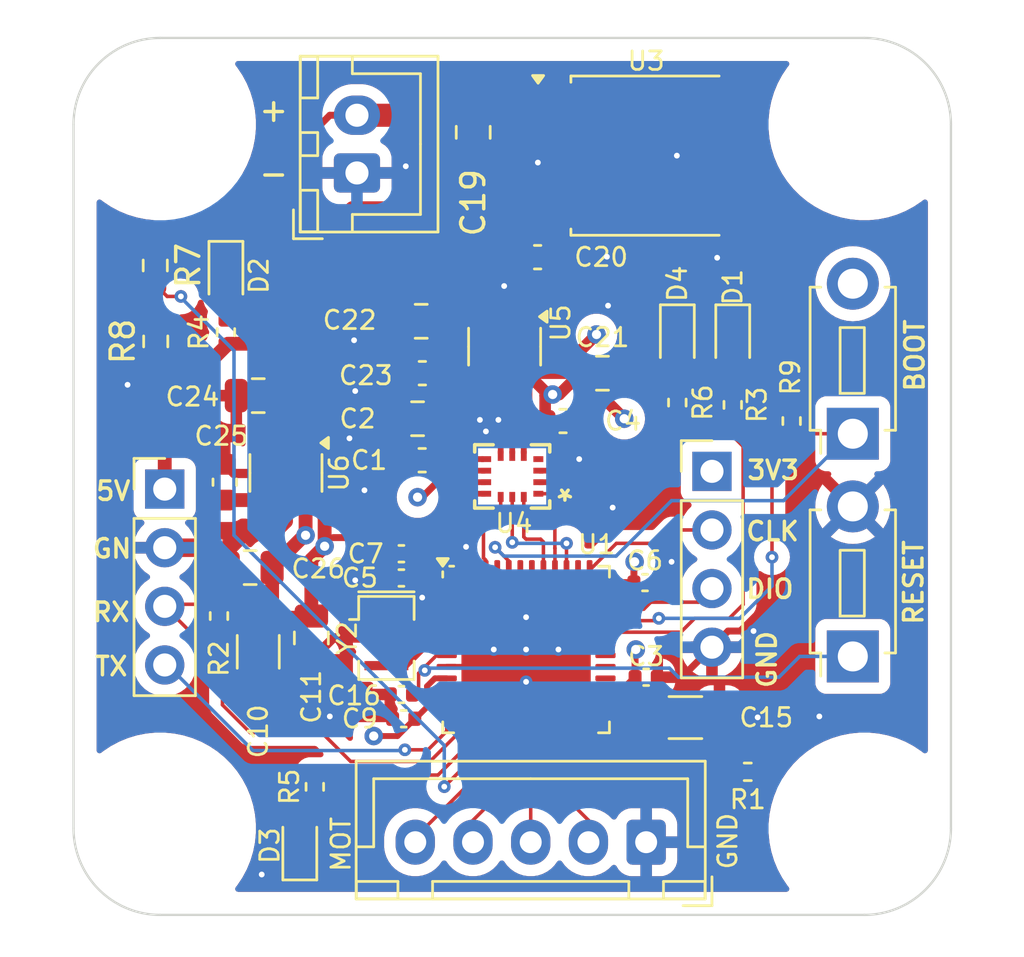
<source format=kicad_pcb>
(kicad_pcb (version 20240108) (generator "pcbnew") (generator_version "8.0")
  (layers (0 "F.Cu" signal) (1 "In1.Cu" signal) (2 "In2.Cu" signal) (31 "B.Cu" signal) (34 "B.Paste" user) (35 "F.Paste" user) (36 "B.SilkS" user "B.Silkscreen") (37 "F.SilkS" user "F.Silkscreen") (38 "B.Mask" user) (39 "F.Mask" user) (44 "Edge.Cuts" user))
  (net 0 "")
  (net 1 "/GND")
  (net 2 "/RESET1")
  (net 3 "/12V")
  (net 4 "Net-(D1-A)")
  (net 5 "Net-(D3-A)")
  (net 6 "Net-(D4-A)")
  (net 8 "/GREEN")
  (net 9 "/BLUE")
  (net 10 "/RX3")
  (net 11 "/TX3")
  (net 14 "/IMU_CS")
  (net 17 "/YELLOW")
  (net 18 "Net-(U1-VCAP1)")
  (net 19 "Net-(U1-PB2)")
  (net 25 "Net-(U1-PH0)")
  (net 26 "Net-(U1-PH1)")
  (net 28 "/SWCLK")
  (net 29 "/SWDIO")
  (net 30 "/BOOT")
  (net 31 "/MOTOR0")
  (net 32 "/MOTOR1")
  (net 33 "/MOTOR2")
  (net 34 "/MOTOR3")
  (net 35 "/VMCU")
  (net 36 "/VGYRO")
  (net 37 "/5V")
  (net 38 "Net-(U5-BP)")
  (net 39 "Net-(U6-BP)")
  (net 43 "Net-(D2-A)")
  (net 45 "/SCK")
  (net 46 "/MOSI")
  (net 47 "/MISO")
  (net 50 "/VBATMON")
  (footprint "Capacitor_SMD:C_0805_2012Metric" (layer "F.Cu") (at 57.65 104.95 180)
    (property "Reference" "C26")
    (property "Value" "1u")
  )
  (footprint "Resistor_SMD:R_0402_1005Metric" (layer "F.Cu") (at 76.15 97.8 90)
    (property "Reference" "R6")
    (property "Value" "1K")
  )
  (footprint "Capacitor_SMD:C_0805_2012Metric" (layer "F.Cu") (at 64.9 98.5 180)
    (property "Reference" "C2")
    (property "Value" "2.2u")
  )
  (footprint "LED_SMD:LED_0603_1608Metric" (layer "F.Cu") (at 76.15 95.05 -90)
    (property "Reference" "D4")
    (property "Value" "BLUE_LED")
  )
  (footprint "Capacitor_SMD:C_0805_2012Metric" (layer "F.Cu") (at 58 97.5 180)
    (property "Reference" "C24")
    (property "Value" "1u")
  )
  (footprint "Button_Switch_THT:SW_PUSH_1P1T_6x3.5mm_H4.3_APEM_MJTP1243" (layer "F.Cu") (at 83.75 99.15 90)
    (property "Reference" "SW2" (hide yes))
    (property "Value" "SW_Push")
  )
  (footprint "Capacitor_SMD:C_0603_1608Metric" (layer "F.Cu") (at 65.1075 96.5275)
    (property "Reference" "C23")
    (property "Value" "10n")
  )
  (footprint "Capacitor_SMD:C_0402_1005Metric" (layer "F.Cu") (at 64.2 105.4 180)
    (property "Reference" "C5")
    (property "Value" "100n")
  )
  (footprint "Capacitor_SMD:C_0402_1005Metric" (layer "F.Cu") (at 64.2 110.45 180)
    (property "Reference" "C16")
    (property "Value" "100n")
  )
  (footprint "MountingHole:MountingHole_4.3mm_M4_DIN965" (layer "F.Cu") (at 84.25 85.75)
    (property "Reference" "H2" (hide yes))
    (property "Value" "MountingHole_Pad")
  )
  (footprint "Capacitor_SMD:C_0603_1608Metric" (layer "F.Cu") (at 71.2 98.6 180)
    (property "Reference" "C4")
    (property "Value" "10n")
  )
  (footprint "Capacitor_SMD:C_0402_1005Metric" (layer "F.Cu") (at 64.3 111.5 180)
    (property "Reference" "C9")
    (property "Value" "100n")
  )
  (footprint "Capacitor_SMD:C_0805_2012Metric" (layer "F.Cu") (at 67.31 86.09 90)
    (property "Reference" "C19")
    (property "Value" "330n")
  )
  (footprint "Capacitor_SMD:C_1206_3216Metric" (layer "F.Cu") (at 76.5 111.45)
    (property "Reference" "C15")
    (property "Value" "4.7u")
  )
  (footprint "Capacitor_SMD:C_0603_1608Metric" (layer "F.Cu") (at 65.1 100.3)
    (property "Reference" "C1")
    (property "Value" "100n")
  )
  (footprint "Package_TO_SOT_SMD:SOT-23-5" (layer "F.Cu") (at 59.2 100.85 -90)
    (property "Reference" "U6")
    (property "Value" "LDK130M33R")
  )
  (footprint "Capacitor_SMD:C_0805_2012Metric" (layer "F.Cu") (at 72.9075 96.5275)
    (property "Reference" "C21")
    (property "Value" "1u")
  )
  (footprint "MountingHole:MountingHole_4.3mm_M4_DIN965" (layer "F.Cu") (at 53.75 116.25)
    (property "Reference" "H5" (hide yes))
    (property "Value" "MountingHole_Pad")
  )
  (footprint "LED_SMD:LED_0603_1608Metric" (layer "F.Cu") (at 56.6 92.3 -90)
    (property "Reference" "D2")
    (property "Value" "RED_LED")
  )
  (footprint "Capacitor_SMD:C_0402_1005Metric" (layer "F.Cu") (at 74.75 105.6)
    (property "Reference" "C6")
    (property "Value" "100n")
  )
  (footprint "Resistor_SMD:R_0402_1005Metric" (layer "F.Cu") (at 79.2 113.8)
    (property "Reference" "R1")
    (property "Value" "10K")
  )
  (footprint "MountingHole:MountingHole_4.3mm_M4_DIN965" (layer "F.Cu") (at 53.75 85.75)
    (property "Reference" "H4" (hide yes))
    (property "Value" "MountingHole_Pad")
  )
  (footprint "LED_SMD:LED_0603_1608Metric" (layer "F.Cu") (at 59.8 117 90)
    (property "Reference" "D3")
    (property "Value" "GREEN_LED")
  )
  (footprint "Capacitor_SMD:C_0402_1005Metric" (layer "F.Cu") (at 74.8 109.7)
    (property "Reference" "C3")
    (property "Value" "100n")
  )
  (footprint "Capacitor_SMD:C_1206_3216Metric" (layer "F.Cu") (at 58 108.6 90)
    (property "Reference" "C10")
    (property "Value" "10u")
  )
  (footprint "Resistor_SMD:R_0402_1005Metric" (layer "F.Cu") (at 78.55 97.9 90)
    (property "Reference" "R3")
    (property "Value" "1K")
  )
  (footprint "Resistor_SMD:R_0402_1005Metric" (layer "F.Cu") (at 56.3 107.05 -90)
    (property "Reference" "R2")
    (property "Value" "10K")
  )
  (footprint "Resistor_SMD:R_0402_1005Metric" (layer "F.Cu") (at 56.6 94.75 90)
    (property "Reference" "R4")
    (property "Value" "1K")
  )
  (footprint "Resistor_SMD:R_0603_1608Metric" (layer "F.Cu") (at 53.54 91.86 -90)
    (property "Reference" "R7")
    (property "Value" "10K")
  )
  (footprint "Connector_PinHeader_2.54mm:PinHeader_1x04_P2.54mm_Vertical" (layer "F.Cu") (at 53.95 101.55)
    (property "Reference" "J1" (hide yes))
    (property "Value" "Conn_01x04")
  )
  (footprint "Crystal:Resonator_SMD_Murata_CSTxExxV-3Pin_3.0x1.1mm" (layer "F.Cu") (at 63.55 108 -90)
    (property "Reference" "Y2")
    (property "Value" "CSTNE20M0V53Z000R0")
  )
  (footprint "Capacitor_SMD:C_0402_1005Metric" (layer "F.Cu") (at 64.2 104.35 180)
    (property "Reference" "C7")
    (property "Value" "100n")
  )
  (footprint "footprints:LGA14_2P5X3X0P91_IVS-L" (layer "F.Cu") (at 69 101 180)
    (property "Reference" "U4")
    (property "Value" "ICM-42688-P")
  )
  (footprint "Resistor_SMD:R_0402_1005Metric" (layer "F.Cu") (at 81.1 98.6 -90)
    (property "Reference" "R9")
    (property "Value" "10K")
  )
  (footprint "Connector_JST:JST_XH_B2B-XH-A_1x02_P2.50mm_Vertical" (layer "F.Cu") (at 62.275 87.85 90)
    (property "Reference" "J4" (hide yes))
    (property "Value" "Conn_01x02_Pin")
  )
  (footprint "Capacitor_SMD:C_0603_1608Metric" (layer "F.Cu") (at 56.55 101.25 -90)
    (property "Reference" "C25")
    (property "Value" "10n")
  )
  (footprint "Capacitor_SMD:C_0805_2012Metric" (layer "F.Cu") (at 65.0575 94.2775 180)
    (property "Reference" "C22")
    (property "Value" "1u")
  )
  (footprint "MountingHole:MountingHole_4.3mm_M4_DIN965" (layer "F.Cu") (at 84.25 116.25)
    (property "Reference" "H6" (hide yes))
    (property "Value" "MountingHole_Pad")
  )
  (footprint "Button_Switch_THT:SW_PUSH_1P1T_6x3.5mm_H4.3_APEM_MJTP1243" (layer "F.Cu") (at 83.75 108.8 90)
    (property "Reference" "SW1" (hide yes))
    (property "Value" "SW_Push")
  )
  (footprint "Capacitor_SMD:C_0603_1608Metric" (layer "F.Cu") (at 70.1 91.5 180)
    (property "Reference" "C20")
    (property "Value" "100n")
  )
  (footprint "Resistor_SMD:R_0603_1608Metric" (layer "F.Cu") (at 53.56 95.15 90)
    (property "Reference" "R8")
    (property "Value" "1K")
  )
  (footprint "Package_TO_SOT_SMD:TO-252-2" (layer "F.Cu") (at 74.85 87.1)
    (property "Reference" "U3")
    (property "Value" "L78M05CDT")
  )
  (footprint "Package_DFN_QFN:QFN-48-1EP_7x7mm_P0.5mm_EP5.6x5.6mm" (layer "F.Cu") (at 69.6 108.5)
    (property "Reference" "U1")
    (property "Value" "STM32F411CEUx")
  )
  (footprint "Resistor_SMD:R_0402_1005Metric" (layer "F.Cu") (at 60.45 114.45 -90)
    (property "Reference" "R5")
    (property "Value" "1K")
  )
  (footprint "Package_TO_SOT_SMD:SOT-23-5" (layer "F.Cu") (at 68.67 95.3775 -90)
    (property "Reference" "U5")
    (property "Value" "LDK130M33R")
  )
  (footprint "Capacitor_SMD:C_0805_2012Metric" (layer "F.Cu") (at 60.3 108 90)
    (property "Reference" "C11")
    (property "Value" "1u")
  )
  (footprint "LED_SMD:LED_0603_1608Metric" (layer "F.Cu") (at 78.55 95.05 -90)
    (property "Reference" "D1")
    (property "Value" "YELLOW_LED")
  )
  (footprint "Connector_PinHeader_2.54mm:PinHeader_1x04_P2.54mm_Vertical" (layer "F.Cu") (at 77.65 100.78)
    (property "Reference" "J7" (hide yes))
    (property "Value" "Conn_01x04_Odd_Even")
  )
  (footprint "Connector_JST:JST_XH_B5B-XH-A_1x05_P2.50mm_Vertical" (layer "F.Cu") (at 74.8 116.85 180)
    (property "Reference" "J3" (hide yes))
    (property "Value" "Conn_01x05_Pin")
  )
  (gr_line (start 88 85.75) (end 88 116.25) (stroke (width 0.1)) (layer "Edge.Cuts"))
  (gr_arc (start 84.25 82) (mid 86.90165 83.09835) (end 88 85.75) (stroke (width 0.1)) (layer "Edge.Cuts"))
  (gr_line (start 50 116.25) (end 50 85.75) (stroke (width 0.1)) (layer "Edge.Cuts"))
  (gr_arc (start 88 116.25) (mid 86.90165 118.90165) (end 84.25 120) (stroke (width 0.1)) (layer "Edge.Cuts"))
  (gr_line (start 53.75 82) (end 84.25 82) (stroke (width 0.1)) (layer "Edge.Cuts"))
  (gr_arc (start 53.75 120) (mid 51.09835 118.90165) (end 50 116.25) (stroke (width 0.1)) (layer "Edge.Cuts"))
  (gr_line (start 84.25 120) (end 53.75 120) (stroke (width 0.1)) (layer "Edge.Cuts"))
  (gr_arc (start 50 85.75) (mid 51.09835 83.09835) (end 53.75 82) (stroke (width 0.1)) (layer "Edge.Cuts"))
  (gr_text "DIO" (at 79.05 106.35 0) (layer "F.SilkS") (effects (font (size 0.8 0.8)) (justify left bottom)))
  (gr_text "GN" (at 50.75 104.6 0) (layer "F.SilkS") (effects (font (size 0.8 0.8)) (justify left bottom)))
  (gr_text "RESET" (at 86.85 107.5 90) (layer "F.SilkS") (effects (font (size 0.8 0.8)) (justify left bottom)))
  (gr_text "+" (at 57.95 85.7 0) (layer "F.SilkS") (effects (font (size 1 1)) (justify left bottom)))
  (gr_text "BOOT" (at 86.9 97.4 90) (layer "F.SilkS") (effects (font (size 0.8 0.8)) (justify left bottom)))
  (gr_text "5V" (at 50.9 102.1 0) (layer "F.SilkS") (effects (font (size 0.8 0.8)) (justify left bottom)))
  (gr_text "TX" (at 50.85 109.7 0) (layer "F.SilkS") (effects (font (size 0.8 0.8)) (justify left bottom)))
  (gr_text "RX" (at 50.75 107.35 0) (layer "F.SilkS") (effects (font (size 0.8 0.8)) (justify left bottom)))
  (gr_text "-" (at 57.95 88.45 0) (layer "F.SilkS") (effects (font (size 1 1)) (justify left bottom)))
  (gr_text "GND" (at 78.8 118.1 90) (layer "F.SilkS") (effects (font (size 0.8 0.8) (thickness 0.12)) (justify left bottom)))
  (gr_text "3V3" (at 79.1 101.2 0) (layer "F.SilkS") (effects (font (size 0.8 0.8)) (justify left bottom)))
  (gr_text "MOT" (at 62.05 118.2 90) (layer "F.SilkS") (effects (font (size 0.8 0.8) (thickness 0.12)) (justify left bottom)))
  (gr_text "CLK" (at 79.05 103.85 0) (layer "F.SilkS") (effects (font (size 0.8 0.8)) (justify left bottom)))
  (gr_text "GND" (at 80.5 110.25 90) (layer "F.SilkS") (effects (font (size 0.8 0.8)) (justify left bottom)))
  (segment (start 77.785 91.335) (end 77.925 91.475) (width 1) (layer "F.Cu") (net 1))
  (segment (start 63.9 100.3) (end 62.6 101.6) (width 0.1524) (layer "F.Cu") (net 1))
  (segment (start 68.36 98.55) (end 67.86 99.05) (width 0.3) (layer "F.Cu") (net 1))
  (segment (start 57.4 103.5) (end 58.6476 103.5) (width 0.6) (layer "F.Cu") (net 1))
  (segment (start 61.25 108) (end 63.55 108) (width 0.4) (layer "F.Cu") (net 1))
  (segment (start 77.8 91.6) (end 77.875 91.525) (width 0.1524) (layer "F.Cu") (net 1))
  (segment (start 79.4875 112.9625) (end 81.05 111.4) (width 0.1524) (layer "F.Cu") (net 1))
  (segment (start 78.35 107.7) (end 79.45 107.7) (width 0.3) (layer "F.Cu") (net 1))
  (segment (start 79.71 113.185) (end 79.4875 112.9625) (width 0.1524) (layer "F.Cu") (net 1))
  (segment (start 63.85 95.45) (end 64.1075 95.1925) (width 0.4) (layer "F.Cu") (net 1))
  (segment (start 63.95 98.5) (end 62.8 98.5) (width 0.1524) (layer "F.Cu") (net 1))
  (segment (start 66.950001 101.750001) (end 66.9 101.7) (width 0.25) (layer "F.Cu") (net 1))
  (segment (start 63.72 105.4) (end 64.57 106.25) (width 0.1524) (layer "F.Cu") (net 1))
  (segment (start 63.82 111.5) (end 63.77 111.45) (width 0.4) (layer "F.Cu") (net 1))
  (segment (start 73.08 91.5) (end 73.1 91.48) (width 0.1524) (layer "F.Cu") (net 1))
  (segment (start 63.3725 94.2775) (end 64.1075 94.2775) (width 0.4) (layer "F.Cu") (net 1))
  (segment (start 63.35 104.35) (end 63.72 104.35) (width 0.1524) (layer "F.Cu") (net 1))
  (segment (start 62.2 105.65) (end 62.2 105.5) (width 0.1524) (layer "F.Cu") (net 1))
  (segment (start 77.925 91.475) (end 77.875 91.525) (width 0.1524) (layer "F.Cu") (net 1))
  (segment (start 59.2 99.7125) (end 59.2 100.95) (width 0.6) (layer "F.Cu") (net 1))
  (segment (start 73.8575 96.5275) (end 73.8575 94.3075) (width 0.1524) (layer "F.Cu") (net 1))
  (segment (start 68.55 98.55) (end 68.4 98.55) (width 0.3) (layer "F.Cu") (net 1))
  (segment (start 68.67 95.27) (end 68.8 95.4) (width 0.4) (layer "F.Cu") (net 1))
  (segment (start 59.125 108.95) (end 58 110.075) (width 0.4) (layer "F.Cu") (net 1))
  (segment (start 66.9 101.25) (end 66.9 100.75) (width 0.25) (layer "F.Cu") (net 1))
  (segment (start 81.05 111.4) (end 82.3 111.4) (width 0.1524) (layer "F.Cu") (net 1))
  (segment (start 64.3325 95.9325) (end 64.3325 96.5275) (width 0.4) (layer "F.Cu") (net 1))
  (segment (start 61.8 110.45) (end 60.3 108.95) (width 0.4) (layer "F.Cu") (net 1))
  (segment (start 59.2 100.95) (end 59.1226 100.8726) (width 0.4) (layer "F.Cu") (net 1))
  (segment (start 69 99.9875) (end 69 99) (width 0.25) (layer "F.Cu") (net 1))
  (segment (start 64.57 106.25) (end 65.1 106.25) (width 0.1524) (layer "F.Cu") (net 1))
  (segment (start 74.58 106.25) (end 73.0375 106.25) (width 0.25) (layer "F.Cu") (net 1))
  (segment (start 68.67 94.24) (end 68.67 92.77) (width 0.4) (layer "F.Cu") (net 1))
  (segment (start 62.5 95.45) (end 62.5 95.15) (width 0.4) (layer "F.Cu") (net 1))
  (segment (start 76.35 109.7) (end 77.65 108.4) (width 0.3) (layer "F.Cu") (net 1))
  (segment (start 71.9 100.25) (end 71.9 98.675) (width 0.3) (layer "F.Cu") (net 1))
  (segment (start 79.71 113.8) (end 79.71 113.185) (width 0.1524) (layer "F.Cu") (net 1))
  (segment (start 65.1 106.25) (end 62.8 106.25) (width 0.1524) (layer "F.Cu") (net 1))
  (segment (start 75.23 105.6) (end 74.58 106.25) (width 0.25) (layer "F.Cu") (net 1))
  (segment (start 66.9 100.75) (end 67.795 100.75) (width 0.25) (layer "F.Cu") (net 1))
  (segment (start 61.15 111.45) (end 61.1 111.4) (width 0.4) (layer "F.Cu") (net 1))
  (segment (start 64.3325 96.5275) (end 63.5775 96.5275) (width 0.1524) (layer "F.Cu") (net 1))
  (segment (start 68.5 98.65) (end 68.4 98.55) (width 0.3) (layer "F.Cu") (net 1))
  (segment (start 64.8 95.45) (end 63.85 95.45) (width 0.4) (layer "F.Cu") (net 1))
  (segment (start 68.67 94.902499) (end 68.122499 95.45) (width 0.4) (layer "F.Cu") (net 1))
  (segment (start 64.325 100.3) (end 63.9 100.3) (width 0.1524) (layer "F.Cu") (net 1))
  (segment (start 64.1075 94.2775) (end 64.3325 94.5025) (width 0.1524) (layer "F.Cu") (net 1))
  (segment (start 73.8575 94.3075) (end 73.15 93.6) (width 0.1524) (layer "F.Cu") (net 1))
  (segment (start 62.8 106.25) (end 62.2 105.65) (width 0.1524) (layer "F.Cu") (net 1))
  (segment (start 71.85 111.9375) (end 71.85 110.75) (width 0.25) (layer "F.Cu") (net 1))
  (segment (start 68.4 98.55) (end 67.6 98.55) (width 0.3) (layer "F.Cu") (net 1))
  (segment (start 71.85 110.75) (end 69.6 108.5) (width 0.25) (layer "F.Cu") (net 1))
  (segment (start 63.85 95.45) (end 64.3325 95.9325) (width 0.4) (layer "F.Cu") (net 1))
  (segment (start 55.84 104.09) (end 56.7 104.95) (width 0.8) (layer "F.Cu") (net 1))
  (segment (start 77.785 88.625) (end 77.785 91.335) (width 1) (layer "F.Cu") (net 1))
  (segment (start 57.4 103.5) (end 56.7 104.2) (width 0.6) (layer "F.Cu") (net 1))
  (segment (start 68.7 98.7) (end 68.55 98.55) (width 0.3) (layer "F.Cu") (net 1))
  (segment (start 63.77 111.45) (end 61.15 111.45) (width 0.4) (layer "F.Cu") (net 1))
  (segment (start 59.3375 118.25) (end 59.8 117.7875) (width 0.1524) (layer "F.Cu") (net 1))
  (segment (start 75.28 109.7) (end 76.35 109.7) (width 0.3) (layer "F.Cu") (net 1))
  (segment (start 72.3 93.6) (end 73.15 93.6) (width 0.4) (layer "F.Cu") (net 1))
  (segment (start 67.35 105.0625) (end 67.35 104.4) (width 0.25) (layer "F.Cu") (net 1))
  (segment (start 63.72 110.45) (end 61.8 110.45) (width 0.4) (layer "F.Cu") (net 1))
  (segment (start 68.67 94.24) (end 68.67 95.27) (width 0.4) (layer "F.Cu") (net 1))
  (segment (start 64.3325 94.5025) (end 64.3325 95.45) (width 0.1524) (layer "F.Cu") (net 1))
  (segment (start 67.35 105.0625) (end 67.35 106.25) (width 0.25) (layer "F.Cu") (net 1))
  (segment (start 66.1625 109.25) (end 68.85 109.25) (width 0.25) (layer "F.Cu") (net 1))
  (segment (start 63.5775 96.5275) (end 62.15 95.1) (width 0.1524) (layer "F.Cu") (net 1))
  (segment (start 53.56 95.975) (end 53.395 95.975) (width 0.1524) (layer "F.Cu") (net 1))
  (segment (start 75.23 105.6) (end 75.25 105.6) (width 0.25) (layer "F.Cu") (net 1))
  (segment (start 60.3 108.95) (end 61.25 108) (width 0.4) (layer "F.Cu") (net 1))
  (segment (start 67.35 106.25) (end 69.6 108.5) (width 0.25) (layer "F.Cu") (net 1))
  (segment (start 64.3325 95.45) (end 64.3325 96.5275) (width 0.1524) (layer "F.Cu") (net 1))
  (segment (start 62.8 98.5) (end 61.95 99.35) (width 0.1524) (layer "F.Cu") (net 1))
  (segment (start 71.65 100.75) (end 70.195 100.75) (width 0.25) (layer "F.Cu") (net 1))
  (segment (start 79.62 111.45) (end 79.63 111.44) (width 0.1524) (layer "F.Cu") (net 1))
  (segment (start 73.33 102.35) (end 73.35 102.35) (width 0.25) (layer "F.Cu") (net 1))
  (segment (start 59.1226 100.8726) (end 56.9476 100.8726) (width 0.4) (layer "F.Cu") (net 1))
  (segment (start 72.23 101.25) (end 73.33 102.35) (width 0.25) (layer "F.Cu") (net 1))
  (segment (start 79.4875 112.9625) (end 77.975 111.45) (width 0.1524) (layer "F.Cu") (net 1))
  (segment (start 63.4 98.5) (end 62.2 97.3) (width 0.1524) (layer "F.Cu") (net 1))
  (segment (start 77.975 111.45) (end 79.62 111.45) (width 0.1524) (layer "F.Cu") (net 1))
  (segment (start 68.5 99.9875) (end 68.5 98.65) (width 0.25) (layer "F.Cu") (net 1))
  (segment (start 71.85 106.25) (end 69.6 108.5) (width 0.25) (layer "F.Cu") (net 1))
  (segment (start 61.1 109.75) (end 61.1 111.4) (width 0.4) (layer "F.Cu") (net 1))
  (segment (start 64.8 95.45) (end 64.3325 95.45) (width 0.4) (layer "F.Cu") (net 1))
  (segment (start 68.85 109.25) (end 69.6 108.5) (width 0.25) (layer "F.Cu") (net 1))
  (segment (start 66.950001 101.750001) (end 67.795 101.750001) (width 0.25) (layer "F.Cu") (net 1))
  (segment (start 66.9 101.25) (end 67.795 101.25) (width 0.25) (layer "F.Cu") (net 1))
  (segment (start 75.9 104.95) (end 75.9 104.7) (width 0.25) (layer "F.Cu") (net 1))
  (segment (start 64.1075 95.1925) (end 64.1075 94.2775) (width 0.4) (layer "F.Cu") (net 1))
  (segment (start 70.5 95.4) (end 72.3 93.6) (width 0.4) (layer "F.Cu") (net 1))
  (segment (start 67.35 104.4) (end 67 104.05) (width 0.25) (layer "F.Cu") (net 1))
  (segment (start 62.5 95.15) (end 63.3725 94.2775) (width 0.4) (layer "F.Cu") (net 1))
  (segment (start 62.5 95.45) (end 62.15 95.1) (width 0.4) (layer "F.Cu") (net 1))
  (segment (start 56.7 104.2) (end 56.7 104.95) (width 0.6) (layer "F.Cu") (net 1))
  (segment (start 70.875 91.5) (end 73.08 91.5) (width 0.1524) (layer "F.Cu") (net 1))
  (segment (start 59.2 100.95) (end 59.2 102.95) (width 0.6) (layer "F.Cu") (net 1))
  (segment (start 71.9 98.675) (end 71.975 98.6) (width 0.3) (layer "F.Cu") (net 1))
  (segment (start 68.67 94.24) (end 68.67 94.902499) (width 0.4) (layer "F.Cu") (net 1))
  (segment (start 60.3 108.95) (end 59.125 108.95) (width 0.4) (layer "F.Cu") (net 1))
  (segment (start 68.4 98.55) (end 68.36 98.55) (width 0.3) (layer "F.Cu") (net 1))
  (segment (start 68.67 92.77) (end 68.65 92.75) (width 0.4) (layer "F.Cu") (net 1))
  (segment (start 58.15 118.25) (end 59.3375 118.25) (width 0.1524) (layer "F.Cu") (net 1))
  (segment (start 71.65 100.75) (end 71.9 100.5) (width 0.25) (layer "F.Cu") (net 1))
  (segment (start 72.23 101.25) (end 70.195 101.25) (width 0.25) (layer "F.Cu") (net 1))
  (segment (start 63.95 98.5) (end 63.4 98.5) (width 0.1524) (layer "F.Cu") (net 1))
  (segment (start 56.9476 100.8726) (end 56.55 100.475) (width 0.4) (layer "F.Cu") (net 1))
  (segment (start 75.25 105.6) (end 75.9 104.95) (width 0.25) (layer "F.Cu") (net 1))
  (segment (start 63.85 95.45) (end 62.5 95.45) (width 0.4) (layer "F.Cu") (net 1))
  (segment (start 66.9 101.7) (end 66.9 101.25) (width 0.25) (layer "F.Cu") (net 1))
  (segment (start 68.8 95.4) (end 70.5 95.4) (width 0.4) (layer "F.Cu") (net 1))
  (segment (start 60.3 108.95) (end 61.1 109.75) (width 0.4) (layer "F.Cu") (net 1))
  (segment (start 69 99) (end 68.7 98.7) (width 0.25) (layer "F.Cu") (net 1))
  (segment (start 53.395 95.975) (end 52.34 97.03) (width 0.1524) (layer "F.Cu") (net 1))
  (segment (start 73.0375 106.25) (end 71.85 106.25) (width 0.25) (layer "F.Cu") (net 1))
  (segment (start 68.122499 95.45) (end 64.8 95.45) (width 0.4) (layer "F.Cu") (net 1))
  (segment (start 62.2 105.5) (end 63.35 104.35) (width 0.1524) (layer "F.Cu") (net 1))
  (segment (start 77.65 108.4) (end 78.35 107.7) (width 0.3) (layer "F.Cu") (net 1))
  (segment (start 53.95 104.09) (end 55.84 104.09) (width 0.8) (layer "F.Cu") (net 1))
  (segment (start 58.6476 103.5) (end 59.1976 102.95) (width 0.6) (layer "F.Cu") (net 1))
  (via (at 61.1 111.4) (size 0.55) (drill 0.25) (layers "F.Cu" "B.Cu") (net 1))
  (via (at 73.35 102.35) (size 0.55) (drill 0.25) (layers "F.Cu" "B.Cu") (net 1))
  (via (at 79.45 107.7) (size 0.55) (drill 0.25) (layers "F.Cu" "B.Cu") (net 1))
  (via (at 58.15 118.25) (size 0.55) (drill 0.25) (layers "F.Cu" "B.Cu") (net 1))
  (via (at 68.2 108.5) (size 0.55) (drill 0.25) (layers "F.Cu" "B.Cu") (net 1))
  (via (at 64.39 87.56) (size 0.55) (drill 0.25) (layers "F.Cu" "B.Cu") (net 1))
  (via (at 69.6 109.9) (size 0.55) (drill 0.25) (layers "F.Cu" "B.Cu") (net 1))
  (via (at 70.11 87.4) (size 0.55) (drill 0.25) (layers "F.Cu" "B.Cu") (net 1))
  (via (at 67.86 99.05) (size 0.55) (drill 0.25) (layers "F.Cu" "B.Cu") (net 1))
  (via (at 67.6 98.55) (size 0.55) (drill 0.25) (layers "F.Cu" "B.Cu") (net 1))
  (via (at 82.3 111.4) (size 0.55) (drill 0.25) (layers "F.Cu" "B.Cu") (net 1))
  (via (at 71 108.5) (size 0.55) (drill 0.25) (layers "F.Cu" "B.Cu") (net 1))
  (via (at 69.6 108.5) (size 0.55) (drill 0.25) (layers "F.Cu" "B.Cu") (net 1))
  (via (at 67 104.05) (size 0.55) (drill 0.25) (layers "F.Cu" "B.Cu") (net 1))
  (via (at 65.1 106.25) (size 0.55) (drill 0.25) (layers "F.Cu" "B.Cu") (net 1))
  (via (at 61.95 99.35) (size 0.55) (drill 0.25) (layers "F.Cu" "B.Cu") (net 1))
  (via (at 52.34 97.03) (size 0.55) (drill 0.25) (layers "F.Cu" "B.Cu") (net 1))
  (via (at 77.875 91.525) (size 0.55) (drill 0.25) (layers "F.Cu" "B.Cu") (net 1))
  (via (at 62.2 97.3) (size 0.55) (drill 0.25) (layers "F.Cu" "B.Cu") (net 1))
  (via (at 62.15 95.1) (size 0.55) (drill 0.25) (layers "F.Cu" "B.Cu") (net 1))
  (via (at 79.63 111.44) (size 0.55) (drill 0.25) (layers "F.Cu" "B.Cu") (net 1))
  (via (at 62.2 105.5) (size 0.55) (drill 0.25) (layers "F.Cu" "B.Cu") (net 1))
  (via (at 75.9 104.7) (size 0.55) (drill 0.25) (layers "F.Cu" "B.Cu") (net 1))
  (via (at 62.6 101.6) (size 0.55) (drill 0.25) (layers "F.Cu" "B.Cu") (net 1))
  (via (at 73.1 91.48) (size 0.55) (drill 0.25) (layers "F.Cu" "B.Cu") (net 1))
  (via (at 76.13 87.1) (size 0.55) (drill 0.25) (layers "F.Cu" "B.Cu") (net 1))
  (via (at 68.65 92.75) (size 0.55) (drill 0.25) (layers "F.Cu" "B.Cu") (net 1))
  (via (at 71.9 100.25) (size 0.55) (drill 0.25) (layers "F.Cu" "B.Cu") (net 1))
  (via (at 68.4 98.55) (size 0.55) (drill 0.25) (layers "F.Cu" "B.Cu") (net 1))
  (via (at 73.15 93.6) (size 0.55) (drill 0.25) (layers "F.Cu" "B.Cu") (net 1))
  (via (at 69.6 107.1) (size 0.55) (drill 0.25) (layers "F.Cu" "B.Cu") (net 1))
  (segment (start 77.65 108.4) (end 76.05 108.4) (width 0.3) (layer "B.Cu") (net 1))
  (segment (start 77.65 108.4) (end 78.75 108.4) (width 0.3) (layer "B.Cu") (net 1))
  (segment (start 78.75 108.4) (end 79.45 107.7) (width 0.3) (layer "B.Cu") (net 1))
  (segment (start 66.1625 108.75) (end 65.725001 108.75) (width 0.1524) (layer "F.Cu") (net 2))
  (segment (start 65.725001 108.75) (end 65.212501 109.262501) (width 0.1524) (layer "F.Cu") (net 2))
  (segment (start 64.75 110.45) (end 64.68 110.45) (width 0.1524) (layer "F.Cu") (net 2))
  (segment (start 64.9444 110.2556) (end 64.75 110.45) (width 0.1524) (layer "F.Cu") (net 2))
  (segment (start 65.212501 109.262501) (end 64.9444 109.530601) (width 0.1524) (layer "F.Cu") (net 2))
  (segment (start 65.211793 109.263209) (end 65.212501 109.262501) (width 0.1524) (layer "F.Cu") (net 2))
  (segment (start 64.9444 109.530601) (end 64.9444 110.2556) (width 0.1524) (layer "F.Cu") (net 2))
  (segment (start 65.211793 109.404167) (end 65.211793 109.263209) (width 0.1524) (layer "F.Cu") (net 2))
  (via (at 65.211793 109.404167) (size 0.55) (drill 0.25) (layers "F.Cu" "B.Cu") (net 2))
  (segment (start 81.45 108.8) (end 83.75 108.8) (width 0.1524) (layer "B.Cu") (net 2))
  (segment (start 80.55 109.7) (end 81.45 108.8) (width 0.1524) (layer "B.Cu") (net 2))
  (segment (start 65.211793 109.404167) (end 65.307869 109.308091) (width 0.1524) (layer "B.Cu") (net 2))
  (segment (start 65.307869 109.308091) (end 75.808091 109.308091) (width 0.1524) (layer "B.Cu") (net 2))
  (segment (start 75.808091 109.308091) (end 76.2 109.7) (width 0.1524) (layer "B.Cu") (net 2))
  (segment (start 76.2 109.7) (end 80.55 109.7) (width 0.1524) (layer "B.Cu") (net 2))
  (segment (start 62.275 85.35) (end 67.075 85.35) (width 1) (layer "F.Cu") (net 3))
  (segment (start 67.1 85.325) (end 69.305 85.325) (width 1) (layer "F.Cu") (net 3))
  (segment (start 67.075 85.35) (end 67.1 85.325) (width 0.8) (layer "F.Cu") (net 3))
  (segment (start 61.1 85.35) (end 62.275 85.35) (width 0.3) (layer "F.Cu") (net 3))
  (segment (start 69.305 85.325) (end 69.81 84.82) (width 1) (layer "F.Cu") (net 3))
  (segment (start 56.15 90.3) (end 61.1 85.35) (width 0.3) (layer "F.Cu") (net 3))
  (segment (start 54.34 90.3) (end 56.15 90.3) (width 0.3) (layer "F.Cu") (net 3))
  (segment (start 53.55 91.09) (end 54.34 90.3) (width 0.3) (layer "F.Cu") (net 3))
  (segment (start 78.55 97.39) (end 78.55 95.8375) (width 0.1524) (layer "F.Cu") (net 4))
  (segment (start 60.45 115.5625) (end 59.8 116.2125) (width 0.1524) (layer "F.Cu") (net 5))
  (segment (start 60.45 114.96) (end 60.45 115.5625) (width 0.1524) (layer "F.Cu") (net 5))
  (segment (start 76.15 97.29) (end 76.15 95.8375) (width 0.1524) (layer "F.Cu") (net 6))
  (segment (start 65.784999 113.94) (end 60.45 113.94) (width 0.1524) (layer "F.Cu") (net 8))
  (segment (start 67.35 111.9375) (end 67.35 112.374999) (width 0.1524) (layer "F.Cu") (net 8))
  (segment (start 67.35 112.374999) (end 65.784999 113.94) (width 0.1524) (layer "F.Cu") (net 8))
  (segment (start 79 106.55) (end 79 99.7) (width 0.1524) (layer "F.Cu") (net 9))
  (segment (start 76.3 99.15) (end 76.15 99) (width 0.1524) (layer "F.Cu") (net 9))
  (segment (start 76.9 107.15) (end 78.4 107.15) (width 0.1524) (layer "F.Cu") (net 9))
  (segment (start 78.4 107.15) (end 79 106.55) (width 0.1524) (layer "F.Cu") (net 9))
  (segment (start 78.45 99.15) (end 76.3 99.15) (width 0.1524) (layer "F.Cu") (net 9))
  (segment (start 79 99.7) (end 78.45 99.15) (width 0.1524) (layer "F.Cu") (net 9))
  (segment (start 76.3 107.75) (end 76.9 107.15) (width 0.1524) (layer "F.Cu") (net 9))
  (segment (start 76.15 99) (end 76.15 98.31) (width 0.1524) (layer "F.Cu") (net 9))
  (segment (start 73.0375 107.75) (end 76.3 107.75) (width 0.1524) (layer "F.Cu") (net 9))
  (segment (start 53.74 106.84) (end 53.95 106.63) (width 0.1524) (layer "F.Cu") (net 10))
  (segment (start 65.4375 113.35) (end 62 113.35) (width 0.1524) (layer "F.Cu") (net 10))
  (segment (start 62 113.35) (end 60.75 112.1) (width 0.1524) (layer "F.Cu") (net 10))
  (segment (start 56.3 106.54) (end 54.04 106.54) (width 0.1524) (layer "F.Cu") (net 10))
  (segment (start 60.75 112.1) (end 57.65 112.1) (width 0.1524) (layer "F.Cu") (net 10))
  (segment (start 56.45 110.9) (end 56.45 109.13) (width 0.1524) (layer "F.Cu") (net 10))
  (segment (start 57.65 112.1) (end 56.45 110.9) (width 0.1524) (layer "F.Cu") (net 10))
  (segment (start 56.45 109.13) (end 53.95 106.63) (width 0.1524) (layer "F.Cu") (net 10))
  (segment (start 54.04 106.54) (end 53.95 106.63) (width 0.1524) (layer "F.Cu") (net 10))
  (segment (start 66.85 111.9375) (end 65.4375 113.35) (width 0.1524) (layer "F.Cu") (net 10))
  (segment (start 65.3536 112.8464) (end 66.1625 112.0375) (width 0.1524) (layer "F.Cu") (net 11))
  (segment (start 64.35 112.8464) (end 65.3536 112.8464) (width 0.1524) (layer "F.Cu") (net 11))
  (segment (start 66.1625 112.0375) (end 66.1625 111.25) (width 0.1524) (layer "F.Cu") (net 11))
  (via (at 64.35 112.8464) (size 0.55) (drill 0.25) (layers "F.Cu" "B.Cu") (net 11))
  (segment (start 64.35 112.8464) (end 64.3178 112.8786) (width 0.1524) (layer "B.Cu") (net 11))
  (segment (start 57.769563 112.8786) (end 54.060963 109.17) (width 0.1524) (layer "B.Cu") (net 11))
  (segment (start 64.3178 112.8786) (end 57.769563 112.8786) (width 0.1524) (layer "B.Cu") (net 11))
  (segment (start 54.060963 109.17) (end 53.95 109.17) (width 0.1524) (layer "B.Cu") (net 11))
  (segment (start 67.754461 103.095539) (end 68.5 102.35) (width 0.1524) (layer "F.Cu") (net 14))
  (segment (start 67.85 105.0625) (end 67.85 104.625001) (width 0.1524) (layer "F.Cu") (net 14))
  (segment (start 67.85 104.625001) (end 67.754461 104.529462) (width 0.1524) (layer "F.Cu") (net 14))
  (segment (start 67.754461 104.529462) (end 67.754461 103.095539) (width 0.1524) (layer "F.Cu") (net 14))
  (segment (start 68.5 102.35) (end 68.5 101.8962) (width 0.1524) (layer "F.Cu") (net 14))
  (segment (start 80.25 99.985) (end 78.575 98.31) (width 0.1524) (layer "F.Cu") (net 17))
  (segment (start 75.25 107.25) (end 75.35 107.15) (width 0.1524) (layer "F.Cu") (net 17))
  (segment (start 80.25 104.5) (end 80.25 99.985) (width 0.1524) (layer "F.Cu") (net 17))
  (segment (start 73.0375 107.25) (end 74.45 107.25) (width 0.1524) (layer "F.Cu") (net 17))
  (segment (start 74.45 107.25) (end 75.25 107.25) (width 0.1524) (layer "F.Cu") (net 17))
  (via (at 80.25 104.5) (size 0.55) (drill 0.25) (layers "F.Cu" "B.Cu") (net 17))
  (via (at 75.35 107.15) (size 0.55) (drill 0.25) (layers "F.Cu" "B.Cu") (net 17))
  (segment (start 80.25 105.75) (end 80.25 104.5) (width 0.1524) (layer "B.Cu") (net 17))
  (segment (start 75.35 107.15) (end 78.85 107.15) (width 0.1524) (layer "B.Cu") (net 17))
  (segment (start 78.85 107.15) (end 80.25 105.75) (width 0.1524) (layer "B.Cu") (net 17))
  (segment (start 71.35 112.46) (end 71.35 111.9375) (width 0.25) (layer "F.Cu") (net 18))
  (segment (start 73.675 112.8) (end 71.69 112.8) (width 0.25) (layer "F.Cu") (net 18))
  (segment (start 75.025 111.45) (end 73.675 112.8) (width 0.25) (layer "F.Cu") (net 18))
  (segment (start 71.69 112.8) (end 71.35 112.46) (width 0.25) (layer "F.Cu") (net 18))
  (segment (start 78.69 113.8) (end 71.35 113.8) (width 0.1524) (layer "F.Cu") (net 19))
  (segment (start 70.35 112.8) (end 70.35 111.9375) (width 0.1524) (layer "F.Cu") (net 19))
  (segment (start 71.35 113.8) (end 70.35 112.8) (width 0.1524) (layer "F.Cu") (net 19))
  (segment (start 66.1625 107.75) (end 65.4 107.75) (width 0.2) (layer "F.Cu") (net 25))
  (segment (start 64.45 106.8) (end 63.55 106.8) (width 0.2) (layer "F.Cu") (net 25))
  (segment (start 65.4 107.75) (end 64.45 106.8) (width 0.2) (layer "F.Cu") (net 25))
  (segment (start 65.4 108.25) (end 66.1625 108.25) (width 0.2) (layer "F.Cu") (net 26))
  (segment (start 63.55 109.2) (end 64.45 109.2) (width 0.2) (layer "F.Cu") (net 26))
  (segment (start 64.45 109.2) (end 65.4 108.25) (width 0.2) (layer "F.Cu") (net 26))
  (segment (start 75.35 103.9) (end 73.5125 103.9) (width 0.1524) (layer "F.Cu") (net 28))
  (segment (start 77.65 103.32) (end 75.93 103.32) (width 0.1524) (layer "F.Cu") (net 28))
  (segment (start 73.5125 103.9) (end 72.35 105.0625) (width 0.1524) (layer "F.Cu") (net 28))
  (segment (start 75.93 103.32) (end 75.35 103.9) (width 0.1524) (layer "F.Cu") (net 28))
  (segment (start 74.7 106.75) (end 75 106.45) (width 0.1524) (layer "F.Cu") (net 29))
  (segment (start 73.0375 106.75) (end 74.7 106.75) (width 0.1524) (layer "F.Cu") (net 29))
  (segment (start 77.06 106.45) (end 77.65 105.86) (width 0.1524) (layer "F.Cu") (net 29))
  (segment (start 75 106.45) (end 77.06 106.45) (width 0.1524) (layer "F.Cu") (net 29))
  (segment (start 68.85 105.0625) (end 68.85 104.662708) (width 0.1524) (layer "F.Cu") (net 30))
  (segment (start 81.14 99.15) (end 83.75 99.15) (width 0.1524) (layer "F.Cu") (net 30))
  (segment (start 68.85 104.662708) (end 68.258061 104.070769) (width 0.1524) (layer "F.Cu") (net 30))
  (segment (start 81.1 99.11) (end 81.14 99.15) (width 0.1524) (layer "F.Cu") (net 30))
  (via (at 68.258061 104.070769) (size 0.55) (drill 0.25) (layers "F.Cu" "B.Cu") (net 30))
  (segment (start 68.640892 104.4536) (end 73.4964 104.4536) (width 0.1524) (layer "B.Cu") (net 30))
  (segment (start 75.9 102.05) (end 80.75 102.05) (width 0.1524) (layer "B.Cu") (net 30))
  (segment (start 80.75 102.05) (end 83.65 99.15) (width 0.1524) (layer "B.Cu") (net 30))
  (segment (start 68.258061 104.070769) (end 68.640892 104.4536) (width 0.1524) (layer "B.Cu") (net 30))
  (segment (start 73.4964 104.4536) (end 75.9 102.05) (width 0.1524) (layer "B.Cu") (net 30))
  (segment (start 83.65 99.15) (end 83.75 99.15) (width 0.1524) (layer "B.Cu") (net 30))
  (segment (start 72.3 115.9) (end 69.85 113.45) (width 0.1524) (layer "F.Cu") (net 31))
  (segment (start 72.3 116.85) (end 72.3 115.9) (width 0.1524) (layer "F.Cu") (net 31))
  (segment (start 69.85 113.45) (end 69.85 111.9375) (width 0.1524) (layer "F.Cu") (net 31))
  (segment (start 69.8 116.85) (end 69.8 114.4) (width 0.1524) (layer "F.Cu") (net 32))
  (segment (start 69.8 114.4) (end 69.35 113.95) (width 0.1524) (layer "F.Cu") (net 32))
  (segment (start 69.35 113.95) (end 69.35 111.9375) (width 0.1524) (layer "F.Cu") (net 32))
  (segment (start 67.3 115.9) (end 68.85 114.35) (width 0.1524) (layer "F.Cu") (net 33))
  (segment (start 68.85 114.35) (end 68.85 111.9375) (width 0.1524) (layer "F.Cu") (net 33))
  (segment (start 67.3 116.85) (end 67.3 115.9) (width 0.1524) (layer "F.Cu") (net 33))
  (segment (start 64.8 116.65) (end 68.35 113.1) (width 0.1524) (layer "F.Cu") (net 34))
  (segment (start 68.35 113.1) (end 68.35 111.9375) (width 0.1524) (layer "F.Cu") (net 34))
  (segment (start 64.8 116.85) (end 64.8 116.65) (width 0.1524) (layer "F.Cu") (net 34))
  (segment (start 74.27 105.6) (end 73.1875 105.6) (width 0.3) (layer "F.Cu") (net 35))
  (segment (start 74.27 105.6) (end 74.27 104.73) (width 0.3) (layer "F.Cu") (net 35))
  (segment (start 74 111.3) (end 74 110.02) (width 0.3) (layer "F.Cu") (net 35))
  (segment (start 58.6 106.525) (end 58 107.125) (width 0.6) (layer "F.Cu") (net 35))
  (segment (start 60.225 107.125) (end 60.3 107.05) (width 0.6) (layer "F.Cu") (net 35))
  (segment (start 74.32 108.53) (end 74.35 108.5) (width 0.3) (layer "F.Cu") (net 35))
  (segment (start 72.35 111.9375) (end 72.3625 111.95) (width 0.3) (layer "F.Cu") (net 35))
  (segment (start 64.68 104.35) (end 64.68 103.93) (width 0.3) (layer "F.Cu") (net 35))
  (segment (start 65.31 110.99) (end 64.8 111.5) (width 0.254) (layer "F.Cu") (net 35))
  (segment (start 64.68 103.93) (end 64.4 103.65) (width 0.3) (layer "F.Cu") (net 35))
  (segment (start 60.05 102.0875) (end 60.15 101.9875) (width 0.6) (layer "F.Cu") (net 35))
  (segment (start 60.3 107.05) (end 60.3 104.6) (width 0.6) (layer "F.Cu") (net 35))
  (segment (start 64.68 105.4) (end 65.8125 105.4) (width 0.3) (layer "F.Cu") (net 35))
  (segment (start 73.1875 105.6) (end 73.0375 105.75) (width 0.3) (layer "F.Cu") (net 35))
  (segment (start 63 112.25) (end 64.03 112.25) (width 0.254) (layer "F.Cu") (net 35))
  (segment (start 60.875 104.025) (end 60.875 102.7125) (width 0.6) (layer "F.Cu") (net 35))
  (segment (start 57.565 107.56) (end 58 107.125) (width 0.254) (layer "F.Cu") (net 35))
  (segment (start 60 103.55) (end 58.6 104.95) (width 0.6) (layer "F.Cu") (net 35))
  (segment (start 60.05 103.55) (end 60.05 102.0875) (width 0.6) (layer "F.Cu") (net 35))
  (segment (start 65.8125 105.4) (end 66.1625 105.75) (width 0.3) (layer "F.Cu") (net 35))
  (segment (start 74.32 109.7) (end 74.32 108.53) (width 0.3) (layer "F.Cu") (net 35))
  (segment (start 60.875 102.7125) (end 60.15 101.9875) (width 0.6) (layer "F.Cu") (net 35))
  (segment (start 72.3625 111.95) (end 73.35 111.95) (width 0.3) (layer "F.Cu") (net 35))
  (segment (start 60.3 104.6) (end 60.875 104.025) (width 0.6) (layer "F.Cu") (net 35))
  (segment (start 56.3 107.56) (end 57.565 107.56) (width 0.254) (layer "F.Cu") (net 35))
  (segment (start 64.03 112.25) (end 64.78 111.5) (width 0.254) (layer "F.Cu") (net 35))
  (segment (start 73.35 111.95) (end 74 111.3) (width 0.3) (layer "F.Cu") (net 35))
  (segment (start 66.1375 104.35) (end 66.85 105.0625) (width 0.3) (layer "F.Cu") (net 35))
  (segment (start 60.05 103.55) (end 60 103.55) (width 0.6) (layer "F.Cu") (net 35))
  (segment (start 58 107.125) (end 60.225 107.125) (width 0.6) (layer "F.Cu") (net 35))
  (segment (start 64.8 111.5) (end 64.78 111.5) (width 0.254) (layer "F.Cu") (net 35))
  (segment (start 66.1625 109.75) (end 65.65 109.75) (width 0.254) (layer "F.Cu") (net 35))
  (segment (start 74 110.02) (end 74.32 109.7) (width 0.3) (layer "F.Cu") (net 35))
  (segment (start 64.4 103.65) (end 61.25 103.65) (width 0.3) (layer "F.Cu") (net 35))
  (segment (start 58.6 104.95) (end 58.6 106.525) (width 0.6) (layer "F.Cu") (net 35))
  (segment (start 65.31 110.09) (end 65.31 110.99) (width 0.254) (layer "F.Cu") (net 35))
  (segment (start 64.68 104.35) (end 64.68 105.4) (width 0.3) (layer "F.Cu") (net 35))
  (segment (start 65.65 109.75) (end 65.31 110.09) (width 0.254) (layer "F.Cu") (net 35))
  (segment (start 74.27 104.73) (end 74.3 104.7) (width 0.3) (layer "F.Cu") (net 35))
  (segment (start 64.68 104.35) (end 66.1375 104.35) (width 0.3) (layer "F.Cu") (net 35))
  (via (at 74.35 108.5) (size 0.8) (drill 0.4) (layers "F.Cu" "B.Cu") (net 35))
  (via (at 63 112.25) (size 0.8) (drill 0.4) (layers "F.Cu" "B.Cu") (net 35))
  (via (at 60.875 104.025) (size 0.8) (drill 0.4) (layers "F.Cu" "B.Cu") (net 35))
  (via (at 74.3 104.7) (size 0.8) (drill 0.4) (layers "F.Cu" "B.Cu") (net 35))
  (via (at 60.05 103.55) (size 0.8) (drill 0.4) (layers "F.Cu" "B.Cu") (net 35))
  (segment (start 69.499999 99.000001) (end 69.87 98.63) (width 0.25) (layer "F.Cu") (net 36))
  (segment (start 71.9575 95.5425) (end 72.65 94.85) (width 0.5) (layer "F.Cu") (net 36))
  (segment (start 66.81 100.25) (end 65.925 100.25) (width 0.254) (layer "F.Cu") (net 36))
  (segment (start 66.81 99.06) (end 66.81 97.79) (width 0.254) (layer "F.Cu") (net 36))
  (segment (start 68.435 97.7) (end 69.62 96.515) (width 0.3) (layer "F.Cu") (net 36))
  (segment (start 70.275 98.75) (end 70.425 98.6) (width 0.254) (layer "F.Cu") (net 36))
  (segment (start 65.875 100.3) (end 65.875 98.525) (width 0.5) (layer "F.Cu") (net 36))
  (segment (start 70.425 97.5) (end 70.7 97.5) (width 0.5) (layer "F.Cu") (net 36))
  (segment (start 65.925001 100.249999) (end 65.875 100.3) (width 0.3) (layer "F.Cu") (net 36))
  (segment (start 70.425 98.6) (end 70.425 97.5) (width 0.5) (layer "F.Cu") (net 36))
  (segment (start 69.87 98.63) (end 69.87 98.6) (width 0.25) (layer "F.Cu") (net 36))
  (segment (start 69.5 99.9875) (end 69.5 99.525) (width 0.254) (layer "F.Cu") (net 36))
  (segment (start 69.6325 96.5275) (end 69.62 96.515) (width 0.3) (layer "F.Cu") (net 36))
  (segment (start 65.1 101.9) (end 65.875 101.125) (width 0.3) (layer "F.Cu") (net 36))
  (segment (start 71.9575 96.5275) (end 71.9575 95.5425) (width 0.5) (layer "F.Cu") (net 36))
  (segment (start 66.9 97.7) (end 68.435 97.7) (width 0.3) (layer "F.Cu") (net 36))
  (segment (start 71.9575 96.5275) (end 69.6325 96.5275) (width 0.5) (layer "F.Cu") (net 36))
  (segment (start 65.875 98.525) (end 65.85 98.5) (width 0.3) (layer "F.Cu") (net 36))
  (segment (start 66.81 99.06) (end 66.81 98.91) (width 0.254) (layer "F.Cu") (net 36))
  (segment (start 70.425 97.32) (end 69.62 96.515) (width 0.5) (layer "F.Cu") (net 36))
  (segment (start 65.925 100.25) (end 65.875 100.3) (width 0.254) (layer "F.Cu") (net 36))
  (segment (start 64.9 101.9) (end 65.1 101.9) (width 0.3) (layer "F.Cu") (net 36))
  (segment (start 67.7375 100.25) (end 66.81 100.25) (width 0.254) (layer "F.Cu") (net 36))
  (segment (start 70.425 97.5) (end 70.425 97.32) (width 0.5) (layer "F.Cu") (net 36))
  (segment (start 65.85 98.5) (end 66.65 97.7) (width 0.3) (layer "F.Cu") (net 36))
  (segment (start 70.7 97.5) (end 70.75 97.45) (width 0.5) (layer "F.Cu") (net 36))
  (segment (start 66.81 100.25) (end 66.81 99.06) (width 0.254) (layer "F.Cu") (net 36))
  (segment (start 69.499999 99.524999) (end 69.5 99.525) (width 0.25) (layer "F.Cu") (net 36))
  (segment (start 69.62 98.35) (end 69.87 98.6) (width 0.5) (layer "F.Cu") (net 36))
  (segment (start 70.75 97.45) (end 71.035 97.45) (width 0.5) (layer "F.Cu") (net 36))
  (segment (start 69.499999 99.000001) (end 69.499999 99.524999) (width 0.25) (layer "F.Cu") (net 36))
  (segment (start 69.87 98.6) (end 70.425 98.6) (width 0.5) (layer "F.Cu") (net 36))
  (segment (start 66.65 97.7) (end 66.9 97.7) (width 0.3) (layer "F.Cu") (net 36))
  (segment (start 71.9575 96.5275) (end 71.9575 96.6075) (width 0.5) (layer "F.Cu") (net 36))
  (segment (start 66.81 97.79) (end 66.9 97.7) (width 0.254) (layer "F.Cu") (net 36))
  (segment (start 71.035 97.45) (end 71.9575 96.5275) (width 0.5) (layer "F.Cu") (net 36))
  (segment (start 66.425 98.525) (end 65.875 98.525) (width 0.254) (layer "F.Cu") (net 36))
  (segment (start 71.9575 96.6075) (end 73.85 98.5) (width 0.5) (layer "F.Cu") (net 36))
  (segment (start 69.62 98.35) (end 69.62 96.515) (width 0.5) (layer "F.Cu") (net 36))
  (segment (start 66.81 98.91) (end 66.425 98.525) (width 0.254) (layer "F.Cu") (net 36))
  (segment (start 65.875 101.125) (end 65.875 100.3) (width 0.3) (layer "F.Cu") (net 36))
  (via (at 73.85 98.5) (size 0.8) (drill 0.4) (layers "F.Cu" "B.Cu") (net 36))
  (via (at 64.9 101.9) (size 0.8) (drill 0.4) (layers "F.Cu" "B.Cu") (net 36))
  (via (at 72.65 94.85) (size 0.8) (drill 0.4) (layers "F.Cu" "B.Cu") (net 36))
  (via (at 70.75 97.45) (size 0.8) (drill 0.4) (layers "F.Cu" "B.Cu") (net 36))
  (segment (start 66.0075 94.2775) (end 67.6825 94.2775) (width 0.6) (layer "F.Cu") (net 37))
  (segment (start 67.6825 94.2775) (end 67.72 94.24) (width 0.6) (layer "F.Cu") (net 37))
  (segment (start 58.3 95.25) (end 58.95 94.6) (width 0.6) (layer "F.Cu") (net 37))
  (segment (start 66.0075 94.2775) (end 66.0075 89.3875) (width 0.6) (layer "F.Cu") (net 37))
  (segment (start 62.07 89.38) (end 66 89.38) (width 0.6) (layer "F.Cu") (net 37))
  (segment (start 68.25 91.5) (end 67.72 92.03) (width 0.6) (layer "F.Cu") (net 37))
  (segment (start 60.15 98.7) (end 59.4 97.95) (width 0.6) (layer "F.Cu") (net 37))
  (segment (start 59.4 97.95) (end 58.95 97.5) (width 0.6) (layer "F.Cu") (net 37))
  (segment (start 69.81 89.38) (end 69.325 89.865) (width 0.6) (layer "F.Cu") (net 37))
  (segment (start 69.325 89.865) (end 69.325 91.5) (width 0.6) (layer "F.Cu") (net 37))
  (segment (start 69.325 91.5) (end 68.25 91.5) (width 0.6) (layer "F.Cu") (net 37))
  (segment (start 58.95 92.5) (end 62.07 89.38) (width 0.6) (layer "F.Cu") (net 37))
  (segment (start 66.0075 89.3875) (end 66 89.38) (width 0.6) (layer "F.Cu") (net 37))
  (segment (start 53.95 98) (end 56.7 95.25) (width 0.6) (layer "F.Cu") (net 37))
  (segment (start 60.15 99.7125) (end 60.15 98.7) (width 0.6) (layer "F.Cu") (net 37))
  (segment (start 66 89.38) (end 69.81 89.38) (width 0.6) (layer "F.Cu") (net 37))
  (segment (start 53.95 101.55) (end 53.95 98) (width 0.6) (layer "F.Cu") (net 37))
  (segment (start 58.95 94.6) (end 58.95 92.5) (width 0.6) (layer "F.Cu") (net 37))
  (segment (start 69.325 91.5) (end 69.62 91.795) (width 0.6) (layer "F.Cu") (net 37))
  (segment (start 58.95 97.5) (end 58.95 94.6) (width 0.6) (layer "F.Cu") (net 37))
  (segment (start 69.62 91.795) (end 69.62 94.24) (width 0.6) (layer "F.Cu") (net 37))
  (segment (start 58.25 98.2) (end 58.95 97.5) (width 0.6) (layer "F.Cu") (net 37))
  (segment (start 58.25 99.7125) (end 58.25 98.2) (width 0.6) (layer "F.Cu") (net 37))
  (segment (start 67.72 92.03) (end 67.72 94.24) (width 0.6) (layer "F.Cu") (net 37))
  (segment (start 56.7 95.25) (end 58.3 95.25) (width 0.6) (layer "F.Cu") (net 37))
  (segment (start 67.7075 96.5275) (end 67.72 96.515) (width 0.8) (layer "F.Cu") (net 38))
  (segment (start 65.8825 96.5275) (end 67.7075 96.5275) (width 0.8) (layer "F.Cu") (net 38))
  (segment (start 56.55 102.025) (end 58.2125 102.025) (width 0.6) (layer "F.Cu") (net 39))
  (segment (start 58.2125 102.025) (end 58.25 101.9875) (width 0.6) (layer "F.Cu") (net 39))
  (segment (start 56.6 94.24) (end 56.6 93.0875) (width 0.1524) (layer "F.Cu") (net 43))
  (segment (start 69 103.856099) (end 69 101.8962) (width 0.1524) (layer "F.Cu") (net 45))
  (segment (start 71.35 103.9) (end 71.35 105.0625) (width 0.1524) (layer "F.Cu") (net 45))
  (via (at 71.35 103.9) (size 0.55) (drill 0.25) (layers "F.Cu" "B.Cu") (net 45))
  (via (at 69 103.856099) (size 0.55) (drill 0.25) (layers "F.Cu" "B.Cu") (net 45))
  (segment (start 69 103.856099) (end 69.043901 103.9) (width 0.1524) (layer "B.Cu") (net 45))
  (segment (start 69.043901 103.9) (end 71.35 103.9) (width 0.1524) (layer "B.Cu") (net 45))
  (segment (start 69.499999 103.619999) (end 69.499999 101.8962) (width 0.1524) (layer "F.Cu") (net 46))
  (segment (start 70.23 103.72) (end 69.6 103.72) (width 0.1524) (layer "F.Cu") (net 46))
  (segment (start 70.35 105.0625) (end 70.35 103.84) (width 0.1524) (layer "F.Cu") (net 46))
  (segment (start 69.6 103.72) (end 69.499999 103.619999) (width 0.1524) (layer "F.Cu") (net 46))
  (segment (start 70.35 103.84) (end 70.23 103.72) (width 0.1524) (layer "F.Cu") (net 46))
  (segment (start 70.8464 104.108598) (end 70.8464 101.9164) (width 0.1524) (layer "F.Cu") (net 47))
  (segment (start 70.8464 101.9164) (end 70.680001 101.750001) (width 0.1524) (layer "F.Cu") (net 47))
  (segment (start 70.680001 101.750001) (end 70.1462 101.750001) (width 0.1524) (layer "F.Cu") (net 47))
  (segment (start 70.85 105.0625) (end 70.85 104.112198) (width 0.1524) (layer "F.Cu") (net 47))
  (segment (start 70.85 104.112198) (end 70.8464 104.108598) (width 0.1524) (layer "F.Cu") (net 47))
  (segment (start 54.055 93.2) (end 53.54 92.685) (width 0.1524) (layer "F.Cu") (net 50))
  (segment (start 53.56 92.705) (end 53.54 92.685) (width 0.1524) (layer "F.Cu") (net 50))
  (segment (start 54.61 93.24) (end 54.65 93.2) (width 0.1524) (layer "F.Cu") (net 50))
  (segment (start 66.0564 114.4436) (end 67.85 112.65) (width 0.1524) (layer "F.Cu") (net 50))
  (segment (start 54.65 93.2) (end 54.055 93.2) (width 0.1524) (layer "F.Cu") (net 50))
  (segment (start 53.56 94.325) (end 53.56 92.705) (width 0.1524) (layer "F.Cu") (net 50))
  (segment (start 67.85 112.65) (end 67.85 111.9375) (width 0.1524) (layer "F.Cu") (net 50))
  (via (at 54.65 93.2) (size 0.55) (drill 0.25) (layers "F.Cu" "B.Cu") (net 50))
  (via (at 66.0564 114.4436) (size 0.55) (drill 0.25) (layers "F.Cu" "B.Cu") (net 50))
  (segment (start 54.65 93.25) (end 54.65 93.2) (width 0.1524) (layer "B.Cu") (net 50))
  (segment (start 66.0564 114.4436) (end 66.0564 112.6564) (width 0.1524) (layer "B.Cu") (net 50))
  (segment (start 66.0564 112.6564) (end 56.95 103.55) (width 0.1524) (layer "B.Cu") (net 50))
  (segment (start 56.95 95.55) (end 54.65 93.25) (width 0.1524) (layer "B.Cu") (net 50))
  (segment (start 56.95 103.55) (end 56.95 95.55) (width 0.1524) (layer "B.Cu") (net 50))
  (zone (net 0) (net_name "") (layers "F.Cu" "In1.Cu" "In2.Cu" "B.Cu" "F.Mask") (connect_pads (clearance 0)) (min_thickness 0.25)
    (keepout (tracks allowed) (vias allowed) (pads allowed) (copperpour not_allowed) (footprints allowed))
    (fill (thermal_gap 0.5) (thermal_bridge_width 0.5))
    (polygon (pts (xy 67.52 99.78) (xy 70.47 99.78) (xy 70.47 102.22) (xy 67.52 102.22)))
  )
  (zone (net 1) (net_name "/GND") (layers "F.Cu" "In1.Cu" "B.Cu") (connect_pads (clearance 0.5)) (min_thickness 0.25) (fill yes (thermal_gap 0.5) (thermal_bridge_width 0.5))
    (polygon (pts (xy 51 83) (xy 87 83) (xy 87 119) (xy 51 119)))
  )
)
</source>
